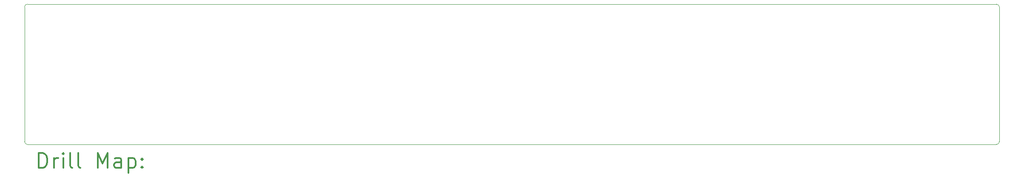
<source format=gbr>
%FSLAX45Y45*%
G04 Gerber Fmt 4.5, Leading zero omitted, Abs format (unit mm)*
G04 Created by KiCad (PCBNEW 5.1.10) date 2021-10-20 12:50:48*
%MOMM*%
%LPD*%
G01*
G04 APERTURE LIST*
%TA.AperFunction,Profile*%
%ADD10C,0.050000*%
%TD*%
%ADD11C,0.200000*%
%ADD12C,0.300000*%
G04 APERTURE END LIST*
D10*
X3807348Y-12084854D02*
X6167348Y-12084854D01*
X23098144Y-12084854D02*
X6167348Y-12084854D01*
X3747817Y-12144385D02*
X3747817Y-14823294D01*
X23157676Y-14823294D02*
X23157676Y-12144385D01*
X3807348Y-14882825D02*
X23098144Y-14882825D01*
X23098144Y-12084854D02*
G75*
G02*
X23157676Y-12144385I0J-59531D01*
G01*
X23157676Y-14823294D02*
G75*
G02*
X23098144Y-14882825I-59531J0D01*
G01*
X3747817Y-12144385D02*
G75*
G02*
X3807348Y-12084854I59531J0D01*
G01*
X3807348Y-14882825D02*
G75*
G02*
X3747817Y-14823294I0J59531D01*
G01*
D11*
D12*
X4031745Y-15351039D02*
X4031745Y-15051039D01*
X4103174Y-15051039D01*
X4146031Y-15065325D01*
X4174603Y-15093896D01*
X4188888Y-15122468D01*
X4203174Y-15179611D01*
X4203174Y-15222468D01*
X4188888Y-15279611D01*
X4174603Y-15308182D01*
X4146031Y-15336754D01*
X4103174Y-15351039D01*
X4031745Y-15351039D01*
X4331745Y-15351039D02*
X4331745Y-15151039D01*
X4331745Y-15208182D02*
X4346031Y-15179611D01*
X4360317Y-15165325D01*
X4388888Y-15151039D01*
X4417460Y-15151039D01*
X4517460Y-15351039D02*
X4517460Y-15151039D01*
X4517460Y-15051039D02*
X4503174Y-15065325D01*
X4517460Y-15079611D01*
X4531745Y-15065325D01*
X4517460Y-15051039D01*
X4517460Y-15079611D01*
X4703174Y-15351039D02*
X4674603Y-15336754D01*
X4660317Y-15308182D01*
X4660317Y-15051039D01*
X4860317Y-15351039D02*
X4831745Y-15336754D01*
X4817460Y-15308182D01*
X4817460Y-15051039D01*
X5203174Y-15351039D02*
X5203174Y-15051039D01*
X5303174Y-15265325D01*
X5403174Y-15051039D01*
X5403174Y-15351039D01*
X5674603Y-15351039D02*
X5674603Y-15193896D01*
X5660317Y-15165325D01*
X5631745Y-15151039D01*
X5574603Y-15151039D01*
X5546031Y-15165325D01*
X5674603Y-15336754D02*
X5646031Y-15351039D01*
X5574603Y-15351039D01*
X5546031Y-15336754D01*
X5531745Y-15308182D01*
X5531745Y-15279611D01*
X5546031Y-15251039D01*
X5574603Y-15236754D01*
X5646031Y-15236754D01*
X5674603Y-15222468D01*
X5817460Y-15151039D02*
X5817460Y-15451039D01*
X5817460Y-15165325D02*
X5846031Y-15151039D01*
X5903174Y-15151039D01*
X5931745Y-15165325D01*
X5946031Y-15179611D01*
X5960317Y-15208182D01*
X5960317Y-15293896D01*
X5946031Y-15322468D01*
X5931745Y-15336754D01*
X5903174Y-15351039D01*
X5846031Y-15351039D01*
X5817460Y-15336754D01*
X6088888Y-15322468D02*
X6103174Y-15336754D01*
X6088888Y-15351039D01*
X6074603Y-15336754D01*
X6088888Y-15322468D01*
X6088888Y-15351039D01*
X6088888Y-15165325D02*
X6103174Y-15179611D01*
X6088888Y-15193896D01*
X6074603Y-15179611D01*
X6088888Y-15165325D01*
X6088888Y-15193896D01*
M02*

</source>
